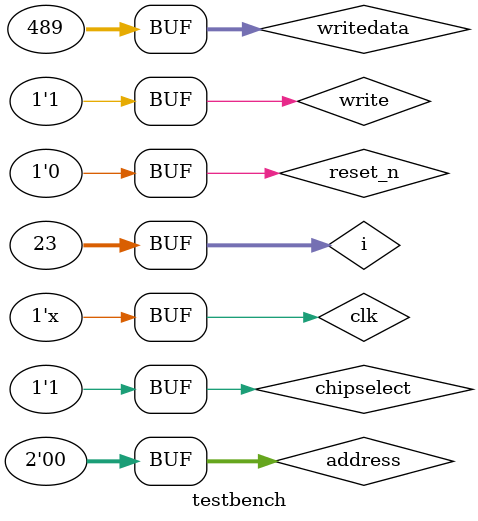
<source format=v>
`timescale 1ns / 1ps

module testbench ();

	reg [1:0] address;
	reg chipselect;
	reg clk;
	reg reset_n;
	reg write;
	reg [31:0] writedata;
	wire [6:0] segs0;
	wire [6:0] segs1;
	
	integer i = 0;

SevenSegDecoder T1 (clk, reset_n, address, write, writedata, chipselect, segs0, segs1);

	always
		#10 clk <= ~clk;

	initial 
		begin
			clk <= 1'b0;
			writedata <= 32'h00000010;
			address <= 2'b0;
			chipselect <= 1'b0;
			reset_n <= 1'b0;
			write <= 1'b0;
			#15 reset_n <= 1'b1;
			writedata <= 32'h00000001;
			#10 chipselect <= 1'b1;
			#10 write <= 1'b1;
			#10 writedata = 32'b0;
			
			for(i = 0; i < 23; i = i + 1)
			begin
				#20 writedata <= writedata + 32'b0100001;
			end
			
			#20 writedata <= 32'h3FF;
			
			#20 writedata <= 32'b0111101001;
			
			#20 reset_n <= 1'b0;
			
		end
	
endmodule 
</source>
